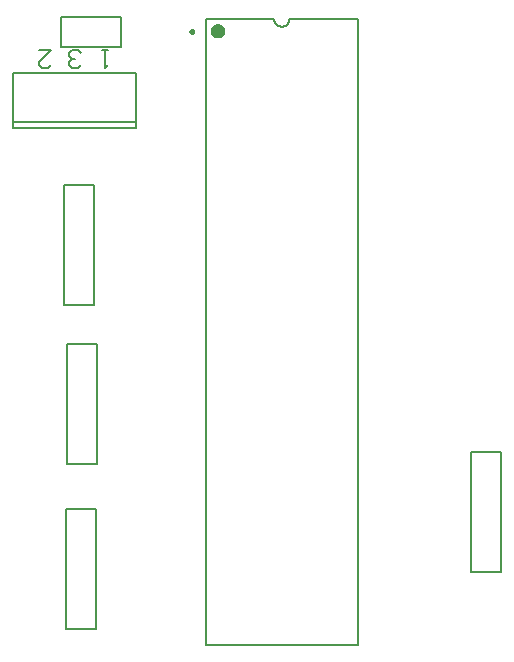
<source format=gto>
%FSDAX24Y24*%
%MOIN*%
%SFA1B1*%

%IPPOS*%
%ADD19C,0.023600*%
%ADD20C,0.009800*%
%ADD21C,0.007900*%
%ADD22C,0.005900*%
%LNcarteasserv-1*%
%LPD*%
G54D19*
X028122Y033839D02*
D01*
X028121Y033847*
X028120Y033855*
X028119Y033863*
X028117Y033871*
X028114Y033879*
X028111Y033886*
X028108Y033894*
X028104Y033901*
X028099Y033908*
X028094Y033914*
X028088Y033920*
X028082Y033926*
X028076Y033931*
X028069Y033936*
X028063Y033941*
X028055Y033945*
X028048Y033948*
X028040Y033951*
X028032Y033953*
X028024Y033955*
X028016Y033956*
X028008Y033956*
X027999*
X027991Y033956*
X027983Y033955*
X027975Y033953*
X027967Y033951*
X027959Y033948*
X027952Y033945*
X027945Y033941*
X027938Y033936*
X027931Y033931*
X027925Y033926*
X027919Y033920*
X027913Y033914*
X027908Y033908*
X027903Y033901*
X027899Y033894*
X027896Y033886*
X027893Y033879*
X027890Y033871*
X027888Y033863*
X027887Y033855*
X027886Y033847*
X027886Y033839*
X027886Y033830*
X027887Y033822*
X027888Y033814*
X027890Y033806*
X027893Y033798*
X027896Y033791*
X027899Y033783*
X027903Y033776*
X027908Y033769*
X027913Y033763*
X027919Y033757*
X027925Y033751*
X027931Y033746*
X027938Y033741*
X027945Y033736*
X027952Y033732*
X027959Y033729*
X027967Y033726*
X027975Y033724*
X027983Y033722*
X027991Y033721*
X027999Y033721*
X028008*
X028016Y033721*
X028024Y033722*
X028032Y033724*
X028040Y033726*
X028048Y033729*
X028055Y033732*
X028063Y033736*
X028069Y033741*
X028076Y033746*
X028082Y033751*
X028088Y033757*
X028094Y033763*
X028099Y033769*
X028104Y033776*
X028108Y033783*
X028111Y033791*
X028114Y033798*
X028117Y033806*
X028119Y033814*
X028120Y033822*
X028121Y033830*
X028122Y033839*
G54D20*
X027199Y033812D02*
D01*
X027198Y033815*
X027198Y033818*
X027197Y033822*
X027197Y033825*
X027196Y033828*
X027194Y033831*
X027193Y033835*
X027191Y033837*
X027189Y033840*
X027187Y033843*
X027185Y033846*
X027182Y033848*
X027180Y033850*
X027177Y033852*
X027174Y033854*
X027171Y033856*
X027168Y033857*
X027165Y033858*
X027161Y033859*
X027158Y033860*
X027155Y033860*
X027151Y033860*
X027148*
X027144Y033860*
X027141Y033860*
X027138Y033859*
X027134Y033858*
X027131Y033857*
X027128Y033856*
X027125Y033854*
X027122Y033852*
X027119Y033850*
X027117Y033848*
X027114Y033846*
X027112Y033843*
X027110Y033840*
X027108Y033837*
X027106Y033835*
X027105Y033831*
X027103Y033828*
X027102Y033825*
X027102Y033822*
X027101Y033818*
X027101Y033815*
X027101Y033812*
X027101Y033808*
X027101Y033805*
X027102Y033801*
X027102Y033798*
X027103Y033795*
X027105Y033792*
X027106Y033788*
X027108Y033786*
X027110Y033783*
X027112Y033780*
X027114Y033777*
X027117Y033775*
X027119Y033773*
X027122Y033771*
X027125Y033769*
X027128Y033767*
X027131Y033766*
X027134Y033765*
X027138Y033764*
X027141Y033763*
X027144Y033763*
X027148Y033763*
X027151*
X027155Y033763*
X027158Y033763*
X027161Y033764*
X027165Y033765*
X027168Y033766*
X027171Y033767*
X027174Y033769*
X027177Y033771*
X027180Y033773*
X027182Y033775*
X027185Y033777*
X027187Y033780*
X027189Y033783*
X027191Y033786*
X027193Y033788*
X027194Y033792*
X027196Y033795*
X027197Y033798*
X027197Y033801*
X027198Y033805*
X027198Y033808*
X027199Y033812*
G54D21*
X029900Y034233D02*
D01*
X029900Y034215*
X029902Y034198*
X029905Y034181*
X029909Y034164*
X029915Y034147*
X029921Y034131*
X029929Y034115*
X029937Y034100*
X029947Y034086*
X029958Y034072*
X029970Y034059*
X029982Y034047*
X029996Y034035*
X030010Y034025*
X030025Y034016*
X030040Y034008*
X030056Y034001*
X030072Y033995*
X030089Y033990*
X030106Y033986*
X030123Y033984*
X030141Y033983*
X030158*
X030176Y033984*
X030193Y033986*
X030210Y033990*
X030227Y033995*
X030243Y034001*
X030259Y034008*
X030275Y034016*
X030289Y034025*
X030303Y034035*
X030317Y034047*
X030329Y034059*
X030341Y034072*
X030352Y034086*
X030362Y034100*
X030370Y034115*
X030378Y034131*
X030384Y034147*
X030390Y034164*
X030394Y034181*
X030397Y034198*
X030399Y034215*
X030400Y034233*
X022900Y024700D02*
X023900D01*
X022900D02*
Y028700D01*
X023900Y024700D02*
Y028700D01*
X022900D02*
X023900D01*
X023000Y019400D02*
X024000D01*
X023000D02*
Y023400D01*
X024000Y019400D02*
Y023400D01*
X023000D02*
X024000D01*
X036450Y019800D02*
X037450D01*
Y015800D02*
Y019800D01*
X036450Y015800D02*
Y019800D01*
Y015800D02*
X037450D01*
X027611Y013367D02*
X032689D01*
X030400Y034233D02*
X032689D01*
X027611D02*
X029900D01*
X032689Y013367D02*
Y034233D01*
X027611Y013367D02*
Y034233D01*
X022950Y013900D02*
X023950D01*
X022950D02*
Y017900D01*
X023950Y013900D02*
Y017900D01*
X022950D02*
X023950D01*
X022800Y034300D02*
X024800D01*
X022800Y033300D02*
Y034300D01*
Y033300D02*
X024800D01*
Y034300*
X021203Y030608D02*
X025297D01*
X021203D02*
Y032419D01*
X025297*
Y030608D02*
Y032419D01*
X021203Y030805D02*
X025297D01*
G54D22*
X023447Y032705D02*
X023348Y032606D01*
X023152*
X023053Y032705*
Y032803*
X023152Y032902*
X023250*
X023152*
X023053Y033000*
Y033098*
X023152Y033197*
X023348*
X023447Y033098*
X022053Y033197D02*
X022447D01*
X022053Y032803*
Y032705*
X022152Y032606*
X022348*
X022447Y032705*
X024348Y033197D02*
X024152D01*
X024250*
Y032606*
X024348Y032705*
M02*
</source>
